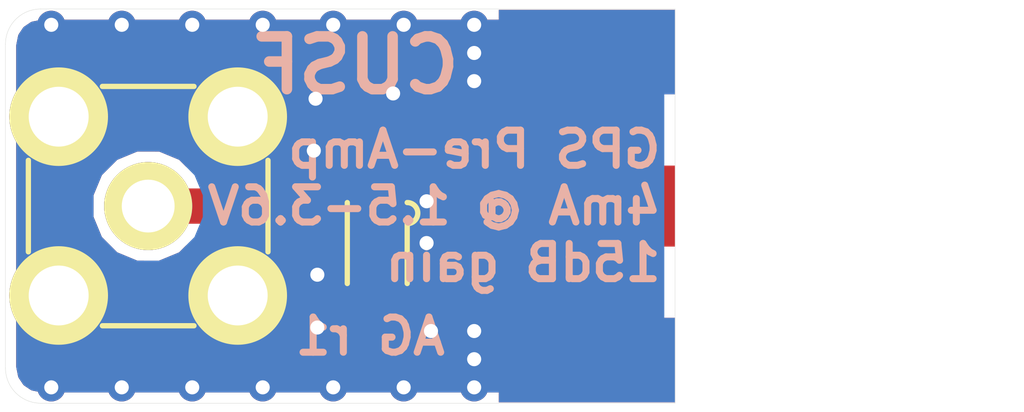
<source format=kicad_pcb>
(kicad_pcb (version 4) (host pcbnew 4.1.0-alpha+201605071002+6776~44~ubuntu14.04.1-product)

  (general
    (links 28)
    (no_connects 0)
    (area 125.594999 92.5425 155.055001 107.7425)
    (thickness 1.6)
    (drawings 9)
    (tracks 94)
    (zones 0)
    (modules 11)
    (nets 10)
  )

  (page A4)
  (title_block
    (title "GPS Filter & Preamp")
    (date 2016-05-29)
    (rev 1)
    (company "CU Spaceflight")
    (comment 1 "Drawn By: Adam Greig")
  )

  (layers
    (0 F.Cu signal)
    (31 B.Cu signal)
    (32 B.Adhes user)
    (33 F.Adhes user)
    (34 B.Paste user)
    (35 F.Paste user)
    (36 B.SilkS user)
    (37 F.SilkS user)
    (38 B.Mask user)
    (39 F.Mask user)
    (40 Dwgs.User user)
    (41 Cmts.User user)
    (42 Eco1.User user)
    (43 Eco2.User user)
    (44 Edge.Cuts user)
    (45 Margin user)
    (46 B.CrtYd user)
    (47 F.CrtYd user)
    (48 B.Fab user)
    (49 F.Fab user hide)
  )

  (setup
    (last_trace_width 0.5)
    (user_trace_width 0.25)
    (user_trace_width 0.4)
    (user_trace_width 0.5)
    (trace_clearance 0.2)
    (zone_clearance 0.3)
    (zone_45_only no)
    (trace_min 0.2)
    (segment_width 0.2)
    (edge_width 0.01)
    (via_size 0.6)
    (via_drill 0.4)
    (via_min_size 0.4)
    (via_min_drill 0.3)
    (user_via 0.8 0.4)
    (uvia_size 0.3)
    (uvia_drill 0.1)
    (uvias_allowed no)
    (uvia_min_size 0.2)
    (uvia_min_drill 0.1)
    (pcb_text_width 0.3)
    (pcb_text_size 1.5 1.5)
    (mod_edge_width 0.15)
    (mod_text_size 1 1)
    (mod_text_width 0.15)
    (pad_size 1.524 1.524)
    (pad_drill 0.762)
    (pad_to_mask_clearance 0)
    (aux_axis_origin 0 0)
    (visible_elements FFFFFF7F)
    (pcbplotparams
      (layerselection 0x010f0_ffffffff)
      (usegerberextensions true)
      (excludeedgelayer true)
      (linewidth 0.100000)
      (plotframeref false)
      (viasonmask false)
      (mode 1)
      (useauxorigin false)
      (hpglpennumber 1)
      (hpglpenspeed 20)
      (hpglpendiameter 15)
      (psnegative false)
      (psa4output false)
      (plotreference true)
      (plotvalue true)
      (plotinvisibletext false)
      (padsonsilk false)
      (subtractmaskfromsilk true)
      (outputformat 1)
      (mirror false)
      (drillshape 0)
      (scaleselection 1)
      (outputdirectory gerbers/))
  )

  (net 0 "")
  (net 1 "Net-(C1-Pad1)")
  (net 2 GND)
  (net 3 "Net-(C3-Pad1)")
  (net 4 "Net-(C3-Pad2)")
  (net 5 "Net-(IC1-Pad3)")
  (net 6 "Net-(IC1-Pad4)")
  (net 7 "Net-(IC1-Pad5)")
  (net 8 "Net-(L3-Pad2)")
  (net 9 "Net-(L4-Pad2)")

  (net_class Default "This is the default net class."
    (clearance 0.2)
    (trace_width 0.25)
    (via_dia 0.6)
    (via_drill 0.4)
    (uvia_dia 0.3)
    (uvia_drill 0.1)
    (add_net GND)
    (add_net "Net-(C1-Pad1)")
    (add_net "Net-(C3-Pad1)")
    (add_net "Net-(C3-Pad2)")
    (add_net "Net-(IC1-Pad3)")
    (add_net "Net-(IC1-Pad4)")
    (add_net "Net-(IC1-Pad5)")
    (add_net "Net-(L3-Pad2)")
    (add_net "Net-(L4-Pad2)")
  )

  (module agg:0402 (layer F.Cu) (tedit 56836635) (tstamp 574B4A6C)
    (at 136.5 97.65)
    (path /574B3A04)
    (fp_text reference C1 (at -1.71 0 90) (layer F.Fab)
      (effects (font (size 1 1) (thickness 0.15)))
    )
    (fp_text value 1µ (at 1.71 0 90) (layer F.Fab)
      (effects (font (size 1 1) (thickness 0.15)))
    )
    (fp_line (start -0.5 -0.25) (end 0.5 -0.25) (layer F.Fab) (width 0.01))
    (fp_line (start 0.5 -0.25) (end 0.5 0.25) (layer F.Fab) (width 0.01))
    (fp_line (start 0.5 0.25) (end -0.5 0.25) (layer F.Fab) (width 0.01))
    (fp_line (start -0.5 0.25) (end -0.5 -0.25) (layer F.Fab) (width 0.01))
    (fp_line (start -0.2 -0.25) (end -0.2 0.25) (layer F.Fab) (width 0.01))
    (fp_line (start 0.2 -0.25) (end 0.2 0.25) (layer F.Fab) (width 0.01))
    (fp_line (start -1.05 -0.6) (end 1.05 -0.6) (layer F.CrtYd) (width 0.01))
    (fp_line (start 1.05 -0.6) (end 1.05 0.6) (layer F.CrtYd) (width 0.01))
    (fp_line (start 1.05 0.6) (end -1.05 0.6) (layer F.CrtYd) (width 0.01))
    (fp_line (start -1.05 0.6) (end -1.05 -0.6) (layer F.CrtYd) (width 0.01))
    (pad 1 smd rect (at -0.45 0) (size 0.62 0.62) (layers F.Cu F.Paste F.Mask)
      (net 1 "Net-(C1-Pad1)"))
    (pad 2 smd rect (at 0.45 0) (size 0.62 0.62) (layers F.Cu F.Paste F.Mask)
      (net 2 GND))
  )

  (module agg:0402 (layer F.Cu) (tedit 56836635) (tstamp 574B4A7C)
    (at 136.5 98.85)
    (path /574B3698)
    (fp_text reference C2 (at -1.71 0 90) (layer F.Fab)
      (effects (font (size 1 1) (thickness 0.15)))
    )
    (fp_text value 100n (at 1.71 0 90) (layer F.Fab)
      (effects (font (size 1 1) (thickness 0.15)))
    )
    (fp_line (start -0.5 -0.25) (end 0.5 -0.25) (layer F.Fab) (width 0.01))
    (fp_line (start 0.5 -0.25) (end 0.5 0.25) (layer F.Fab) (width 0.01))
    (fp_line (start 0.5 0.25) (end -0.5 0.25) (layer F.Fab) (width 0.01))
    (fp_line (start -0.5 0.25) (end -0.5 -0.25) (layer F.Fab) (width 0.01))
    (fp_line (start -0.2 -0.25) (end -0.2 0.25) (layer F.Fab) (width 0.01))
    (fp_line (start 0.2 -0.25) (end 0.2 0.25) (layer F.Fab) (width 0.01))
    (fp_line (start -1.05 -0.6) (end 1.05 -0.6) (layer F.CrtYd) (width 0.01))
    (fp_line (start 1.05 -0.6) (end 1.05 0.6) (layer F.CrtYd) (width 0.01))
    (fp_line (start 1.05 0.6) (end -1.05 0.6) (layer F.CrtYd) (width 0.01))
    (fp_line (start -1.05 0.6) (end -1.05 -0.6) (layer F.CrtYd) (width 0.01))
    (pad 1 smd rect (at -0.45 0) (size 0.62 0.62) (layers F.Cu F.Paste F.Mask)
      (net 1 "Net-(C1-Pad1)"))
    (pad 2 smd rect (at 0.45 0) (size 0.62 0.62) (layers F.Cu F.Paste F.Mask)
      (net 2 GND))
  )

  (module agg:0402 (layer F.Cu) (tedit 56836635) (tstamp 574B4A8C)
    (at 138.65 102.05)
    (path /574B3B1F)
    (fp_text reference C3 (at -1.71 0 90) (layer F.Fab)
      (effects (font (size 1 1) (thickness 0.15)))
    )
    (fp_text value 200p (at 1.71 0 90) (layer F.Fab)
      (effects (font (size 1 1) (thickness 0.15)))
    )
    (fp_line (start -0.5 -0.25) (end 0.5 -0.25) (layer F.Fab) (width 0.01))
    (fp_line (start 0.5 -0.25) (end 0.5 0.25) (layer F.Fab) (width 0.01))
    (fp_line (start 0.5 0.25) (end -0.5 0.25) (layer F.Fab) (width 0.01))
    (fp_line (start -0.5 0.25) (end -0.5 -0.25) (layer F.Fab) (width 0.01))
    (fp_line (start -0.2 -0.25) (end -0.2 0.25) (layer F.Fab) (width 0.01))
    (fp_line (start 0.2 -0.25) (end 0.2 0.25) (layer F.Fab) (width 0.01))
    (fp_line (start -1.05 -0.6) (end 1.05 -0.6) (layer F.CrtYd) (width 0.01))
    (fp_line (start 1.05 -0.6) (end 1.05 0.6) (layer F.CrtYd) (width 0.01))
    (fp_line (start 1.05 0.6) (end -1.05 0.6) (layer F.CrtYd) (width 0.01))
    (fp_line (start -1.05 0.6) (end -1.05 -0.6) (layer F.CrtYd) (width 0.01))
    (pad 1 smd rect (at -0.45 0) (size 0.62 0.62) (layers F.Cu F.Paste F.Mask)
      (net 3 "Net-(C3-Pad1)"))
    (pad 2 smd rect (at 0.45 0) (size 0.62 0.62) (layers F.Cu F.Paste F.Mask)
      (net 4 "Net-(C3-Pad2)"))
  )

  (module agg:DFN-6-EP-BGM (layer F.Cu) (tedit 574B1A21) (tstamp 574B4AB9)
    (at 136.5 101.05 270)
    (path /574B34E4)
    (fp_text reference IC1 (at 0 -1.8 270) (layer F.Fab)
      (effects (font (size 1 1) (thickness 0.15)))
    )
    (fp_text value BGM1043N7 (at 0 1.8 270) (layer F.Fab)
      (effects (font (size 1 1) (thickness 0.15)))
    )
    (fp_line (start -1.15 -0.85) (end 1.15 -0.85) (layer F.Fab) (width 0.01))
    (fp_line (start 1.15 -0.85) (end 1.15 0.85) (layer F.Fab) (width 0.01))
    (fp_line (start 1.15 0.85) (end -1.15 0.85) (layer F.Fab) (width 0.01))
    (fp_line (start -1.15 0.85) (end -1.15 -0.85) (layer F.Fab) (width 0.01))
    (fp_circle (center -0.35 -0.05) (end -0.35 0.35) (layer F.Fab) (width 0.01))
    (fp_line (start -0.84 -0.6775) (end -1.15 -0.6775) (layer F.Fab) (width 0.01))
    (fp_line (start -1.15 -0.4025) (end -0.84 -0.4025) (layer F.Fab) (width 0.01))
    (fp_line (start -0.84 -0.4025) (end -0.84 -0.6775) (layer F.Fab) (width 0.01))
    (fp_line (start -0.84 -0.1375) (end -1.15 -0.1375) (layer F.Fab) (width 0.01))
    (fp_line (start -1.15 0.1375) (end -0.84 0.1375) (layer F.Fab) (width 0.01))
    (fp_line (start -0.84 0.1375) (end -0.84 -0.1375) (layer F.Fab) (width 0.01))
    (fp_line (start -0.84 0.4025) (end -1.15 0.4025) (layer F.Fab) (width 0.01))
    (fp_line (start -1.15 0.6775) (end -0.84 0.6775) (layer F.Fab) (width 0.01))
    (fp_line (start -0.84 0.6775) (end -0.84 0.4025) (layer F.Fab) (width 0.01))
    (fp_line (start 1.15 0.4025) (end 0.84 0.4025) (layer F.Fab) (width 0.01))
    (fp_line (start 0.84 0.4025) (end 0.84 0.6775) (layer F.Fab) (width 0.01))
    (fp_line (start 0.84 0.6775) (end 1.15 0.6775) (layer F.Fab) (width 0.01))
    (fp_line (start 1.15 -0.1375) (end 0.84 -0.1375) (layer F.Fab) (width 0.01))
    (fp_line (start 0.84 -0.1375) (end 0.84 0.1375) (layer F.Fab) (width 0.01))
    (fp_line (start 0.84 0.1375) (end 1.15 0.1375) (layer F.Fab) (width 0.01))
    (fp_line (start 1.15 -0.6775) (end 0.84 -0.6775) (layer F.Fab) (width 0.01))
    (fp_line (start 0.84 -0.6775) (end 0.84 -0.4025) (layer F.Fab) (width 0.01))
    (fp_line (start 0.84 -0.4025) (end 1.15 -0.4025) (layer F.Fab) (width 0.01))
    (fp_line (start -0.55 -0.85) (end 1.15 -0.85) (layer F.SilkS) (width 0.15))
    (fp_line (start -1.15 0.85) (end 1.15 0.85) (layer F.SilkS) (width 0.15))
    (fp_arc (start -0.85 -0.85) (end -1.15 -0.85) (angle 180) (layer F.SilkS) (width 0.15))
    (fp_line (start -1.6 -1.1) (end 1.6 -1.1) (layer F.CrtYd) (width 0.01))
    (fp_line (start 1.6 -1.1) (end 1.6 1.1) (layer F.CrtYd) (width 0.01))
    (fp_line (start 1.6 1.1) (end -1.6 1.1) (layer F.CrtYd) (width 0.01))
    (fp_line (start -1.6 1.1) (end -1.6 -1.1) (layer F.CrtYd) (width 0.01))
    (pad 1 smd rect (at -1.09 -0.54 270) (size 0.5 0.28) (layers F.Cu F.Paste F.Mask)
      (net 1 "Net-(C1-Pad1)"))
    (pad 2 smd rect (at -1.09 0 270) (size 0.5 0.28) (layers F.Cu F.Paste F.Mask)
      (net 1 "Net-(C1-Pad1)"))
    (pad 3 smd rect (at -1.09 0.54 270) (size 0.5 0.28) (layers F.Cu F.Paste F.Mask)
      (net 5 "Net-(IC1-Pad3)"))
    (pad 4 smd rect (at 1.09 0.54 270) (size 0.5 0.28) (layers F.Cu F.Paste F.Mask)
      (net 6 "Net-(IC1-Pad4)"))
    (pad 5 smd rect (at 1.09 0 270) (size 0.5 0.28) (layers F.Cu F.Paste F.Mask)
      (net 7 "Net-(IC1-Pad5)"))
    (pad 6 smd rect (at 1.09 -0.54 270) (size 0.5 0.28) (layers F.Cu F.Paste F.Mask)
      (net 3 "Net-(C3-Pad1)"))
    (pad EP smd rect (at -0.35 -0.35 270) (size 0.5 0.5) (layers F.Cu F.Paste)
      (net 2 GND) (solder_paste_margin 0.001))
    (pad EP smd rect (at -0.35 0.35 270) (size 0.5 0.5) (layers F.Cu F.Paste)
      (net 2 GND) (solder_paste_margin 0.001))
    (pad EP smd rect (at 0.35 -0.35 270) (size 0.5 0.5) (layers F.Cu F.Paste)
      (net 2 GND) (solder_paste_margin 0.001))
    (pad EP smd rect (at 0.35 0.35 270) (size 0.5 0.5) (layers F.Cu F.Paste)
      (net 2 GND) (solder_paste_margin 0.001))
    (pad EP smd rect (at 0 0 270) (size 1.28 1.5) (layers F.Cu F.Mask)
      (net 2 GND) (solder_mask_margin 0.001))
  )

  (module agg:0402 (layer F.Cu) (tedit 56836635) (tstamp 574B4AC9)
    (at 134.8 100.5 270)
    (path /574B367B)
    (fp_text reference L1 (at -1.71 0) (layer F.Fab)
      (effects (font (size 1 1) (thickness 0.15)))
    )
    (fp_text value 9n1 (at 1.71 0) (layer F.Fab)
      (effects (font (size 1 1) (thickness 0.15)))
    )
    (fp_line (start -0.5 -0.25) (end 0.5 -0.25) (layer F.Fab) (width 0.01))
    (fp_line (start 0.5 -0.25) (end 0.5 0.25) (layer F.Fab) (width 0.01))
    (fp_line (start 0.5 0.25) (end -0.5 0.25) (layer F.Fab) (width 0.01))
    (fp_line (start -0.5 0.25) (end -0.5 -0.25) (layer F.Fab) (width 0.01))
    (fp_line (start -0.2 -0.25) (end -0.2 0.25) (layer F.Fab) (width 0.01))
    (fp_line (start 0.2 -0.25) (end 0.2 0.25) (layer F.Fab) (width 0.01))
    (fp_line (start -1.05 -0.6) (end 1.05 -0.6) (layer F.CrtYd) (width 0.01))
    (fp_line (start 1.05 -0.6) (end 1.05 0.6) (layer F.CrtYd) (width 0.01))
    (fp_line (start 1.05 0.6) (end -1.05 0.6) (layer F.CrtYd) (width 0.01))
    (fp_line (start -1.05 0.6) (end -1.05 -0.6) (layer F.CrtYd) (width 0.01))
    (pad 1 smd rect (at -0.45 0 270) (size 0.62 0.62) (layers F.Cu F.Paste F.Mask)
      (net 5 "Net-(IC1-Pad3)"))
    (pad 2 smd rect (at 0.45 0 270) (size 0.62 0.62) (layers F.Cu F.Paste F.Mask)
      (net 2 GND))
  )

  (module agg:0402 (layer F.Cu) (tedit 56836635) (tstamp 574B4AD9)
    (at 136.5 103.25)
    (path /574B38A5)
    (fp_text reference L2 (at -1.71 0 90) (layer F.Fab)
      (effects (font (size 1 1) (thickness 0.15)))
    )
    (fp_text value 8n2 (at 1.71 0 90) (layer F.Fab)
      (effects (font (size 1 1) (thickness 0.15)))
    )
    (fp_line (start -0.5 -0.25) (end 0.5 -0.25) (layer F.Fab) (width 0.01))
    (fp_line (start 0.5 -0.25) (end 0.5 0.25) (layer F.Fab) (width 0.01))
    (fp_line (start 0.5 0.25) (end -0.5 0.25) (layer F.Fab) (width 0.01))
    (fp_line (start -0.5 0.25) (end -0.5 -0.25) (layer F.Fab) (width 0.01))
    (fp_line (start -0.2 -0.25) (end -0.2 0.25) (layer F.Fab) (width 0.01))
    (fp_line (start 0.2 -0.25) (end 0.2 0.25) (layer F.Fab) (width 0.01))
    (fp_line (start -1.05 -0.6) (end 1.05 -0.6) (layer F.CrtYd) (width 0.01))
    (fp_line (start 1.05 -0.6) (end 1.05 0.6) (layer F.CrtYd) (width 0.01))
    (fp_line (start 1.05 0.6) (end -1.05 0.6) (layer F.CrtYd) (width 0.01))
    (fp_line (start -1.05 0.6) (end -1.05 -0.6) (layer F.CrtYd) (width 0.01))
    (pad 1 smd rect (at -0.45 0) (size 0.62 0.62) (layers F.Cu F.Paste F.Mask)
      (net 6 "Net-(IC1-Pad4)"))
    (pad 2 smd rect (at 0.45 0) (size 0.62 0.62) (layers F.Cu F.Paste F.Mask)
      (net 7 "Net-(IC1-Pad5)"))
  )

  (module agg:0402 (layer F.Cu) (tedit 56836635) (tstamp 574B4AE9)
    (at 138.2 97.1 270)
    (path /574B4340)
    (fp_text reference L3 (at -1.71 0) (layer F.Fab)
      (effects (font (size 1 1) (thickness 0.15)))
    )
    (fp_text value 92n (at 1.71 0) (layer F.Fab)
      (effects (font (size 1 1) (thickness 0.15)))
    )
    (fp_line (start -0.5 -0.25) (end 0.5 -0.25) (layer F.Fab) (width 0.01))
    (fp_line (start 0.5 -0.25) (end 0.5 0.25) (layer F.Fab) (width 0.01))
    (fp_line (start 0.5 0.25) (end -0.5 0.25) (layer F.Fab) (width 0.01))
    (fp_line (start -0.5 0.25) (end -0.5 -0.25) (layer F.Fab) (width 0.01))
    (fp_line (start -0.2 -0.25) (end -0.2 0.25) (layer F.Fab) (width 0.01))
    (fp_line (start 0.2 -0.25) (end 0.2 0.25) (layer F.Fab) (width 0.01))
    (fp_line (start -1.05 -0.6) (end 1.05 -0.6) (layer F.CrtYd) (width 0.01))
    (fp_line (start 1.05 -0.6) (end 1.05 0.6) (layer F.CrtYd) (width 0.01))
    (fp_line (start 1.05 0.6) (end -1.05 0.6) (layer F.CrtYd) (width 0.01))
    (fp_line (start -1.05 0.6) (end -1.05 -0.6) (layer F.CrtYd) (width 0.01))
    (pad 1 smd rect (at -0.45 0 270) (size 0.62 0.62) (layers F.Cu F.Paste F.Mask)
      (net 1 "Net-(C1-Pad1)"))
    (pad 2 smd rect (at 0.45 0 270) (size 0.62 0.62) (layers F.Cu F.Paste F.Mask)
      (net 8 "Net-(L3-Pad2)"))
  )

  (module agg:0402 (layer F.Cu) (tedit 56836635) (tstamp 574B4AF9)
    (at 138.65 98.75)
    (path /574B3CD1)
    (fp_text reference L4 (at -1.71 0 90) (layer F.Fab)
      (effects (font (size 1 1) (thickness 0.15)))
    )
    (fp_text value 92n (at 1.71 0 90) (layer F.Fab)
      (effects (font (size 1 1) (thickness 0.15)))
    )
    (fp_line (start -0.5 -0.25) (end 0.5 -0.25) (layer F.Fab) (width 0.01))
    (fp_line (start 0.5 -0.25) (end 0.5 0.25) (layer F.Fab) (width 0.01))
    (fp_line (start 0.5 0.25) (end -0.5 0.25) (layer F.Fab) (width 0.01))
    (fp_line (start -0.5 0.25) (end -0.5 -0.25) (layer F.Fab) (width 0.01))
    (fp_line (start -0.2 -0.25) (end -0.2 0.25) (layer F.Fab) (width 0.01))
    (fp_line (start 0.2 -0.25) (end 0.2 0.25) (layer F.Fab) (width 0.01))
    (fp_line (start -1.05 -0.6) (end 1.05 -0.6) (layer F.CrtYd) (width 0.01))
    (fp_line (start 1.05 -0.6) (end 1.05 0.6) (layer F.CrtYd) (width 0.01))
    (fp_line (start 1.05 0.6) (end -1.05 0.6) (layer F.CrtYd) (width 0.01))
    (fp_line (start -1.05 0.6) (end -1.05 -0.6) (layer F.CrtYd) (width 0.01))
    (pad 1 smd rect (at -0.45 0) (size 0.62 0.62) (layers F.Cu F.Paste F.Mask)
      (net 8 "Net-(L3-Pad2)"))
    (pad 2 smd rect (at 0.45 0) (size 0.62 0.62) (layers F.Cu F.Paste F.Mask)
      (net 9 "Net-(L4-Pad2)"))
  )

  (module agg:0402 (layer F.Cu) (tedit 56836635) (tstamp 574B4B09)
    (at 139.1 100.4 270)
    (path /574B3BD7)
    (fp_text reference L5 (at -1.71 0) (layer F.Fab)
      (effects (font (size 1 1) (thickness 0.15)))
    )
    (fp_text value 92n (at 1.71 0) (layer F.Fab)
      (effects (font (size 1 1) (thickness 0.15)))
    )
    (fp_line (start -0.5 -0.25) (end 0.5 -0.25) (layer F.Fab) (width 0.01))
    (fp_line (start 0.5 -0.25) (end 0.5 0.25) (layer F.Fab) (width 0.01))
    (fp_line (start 0.5 0.25) (end -0.5 0.25) (layer F.Fab) (width 0.01))
    (fp_line (start -0.5 0.25) (end -0.5 -0.25) (layer F.Fab) (width 0.01))
    (fp_line (start -0.2 -0.25) (end -0.2 0.25) (layer F.Fab) (width 0.01))
    (fp_line (start 0.2 -0.25) (end 0.2 0.25) (layer F.Fab) (width 0.01))
    (fp_line (start -1.05 -0.6) (end 1.05 -0.6) (layer F.CrtYd) (width 0.01))
    (fp_line (start 1.05 -0.6) (end 1.05 0.6) (layer F.CrtYd) (width 0.01))
    (fp_line (start 1.05 0.6) (end -1.05 0.6) (layer F.CrtYd) (width 0.01))
    (fp_line (start -1.05 0.6) (end -1.05 -0.6) (layer F.CrtYd) (width 0.01))
    (pad 1 smd rect (at -0.45 0 270) (size 0.62 0.62) (layers F.Cu F.Paste F.Mask)
      (net 9 "Net-(L4-Pad2)"))
    (pad 2 smd rect (at 0.45 0 270) (size 0.62 0.62) (layers F.Cu F.Paste F.Mask)
      (net 4 "Net-(C3-Pad2)"))
  )

  (module agg:SMA-PTH (layer F.Cu) (tedit 574B6119) (tstamp 574B4B53)
    (at 130 100)
    (path /574B353C)
    (fp_text reference P2 (at 0.05 -4.75) (layer F.Fab)
      (effects (font (size 1 1) (thickness 0.15)))
    )
    (fp_text value ANTENNA (at 0 4.85) (layer F.Fab)
      (effects (font (size 1 1) (thickness 0.15)))
    )
    (fp_line (start -1.3 3.4) (end 1.3 3.4) (layer F.SilkS) (width 0.15))
    (fp_line (start -3.4 -1.3) (end -3.4 1.3) (layer F.SilkS) (width 0.15))
    (fp_line (start 3.4 -1.3) (end 3.4 1.3) (layer F.SilkS) (width 0.15))
    (fp_line (start -1.3 -3.4) (end 1.3 -3.4) (layer F.SilkS) (width 0.15))
    (fp_line (start -4.2 4.2) (end -4.2 -4.2) (layer F.CrtYd) (width 0.01))
    (fp_line (start 4.2 4.2) (end -4.2 4.2) (layer F.CrtYd) (width 0.01))
    (fp_line (start 4.2 -4.2) (end 4.2 4.2) (layer F.CrtYd) (width 0.01))
    (fp_line (start -4.2 -4.2) (end 4.2 -4.2) (layer F.CrtYd) (width 0.01))
    (fp_line (start 2.05 3.05) (end 2.05 2.05) (layer F.Fab) (width 0.01))
    (fp_line (start 3.05 3.05) (end 2.05 3.05) (layer F.Fab) (width 0.01))
    (fp_line (start 3.05 2.05) (end 3.05 3.05) (layer F.Fab) (width 0.01))
    (fp_line (start 2.05 2.05) (end 3.05 2.05) (layer F.Fab) (width 0.01))
    (fp_line (start -3.05 3.05) (end -3.05 2.05) (layer F.Fab) (width 0.01))
    (fp_line (start -2.05 3.05) (end -3.05 3.05) (layer F.Fab) (width 0.01))
    (fp_line (start -2.05 2.05) (end -2.05 3.05) (layer F.Fab) (width 0.01))
    (fp_line (start -3.05 2.05) (end -2.05 2.05) (layer F.Fab) (width 0.01))
    (fp_line (start -3.05 -2.05) (end -3.05 -3.05) (layer F.Fab) (width 0.01))
    (fp_line (start -2.05 -2.05) (end -3.05 -2.05) (layer F.Fab) (width 0.01))
    (fp_line (start -2.05 -3.05) (end -2.05 -2.05) (layer F.Fab) (width 0.01))
    (fp_line (start -3.05 -3.05) (end -2.05 -3.05) (layer F.Fab) (width 0.01))
    (fp_line (start 2.05 -2.05) (end 2.05 -3.05) (layer F.Fab) (width 0.01))
    (fp_line (start 3.05 -2.05) (end 2.05 -2.05) (layer F.Fab) (width 0.01))
    (fp_line (start 3.05 -3.05) (end 3.05 -2.05) (layer F.Fab) (width 0.01))
    (fp_line (start 2.05 -3.05) (end 3.05 -3.05) (layer F.Fab) (width 0.01))
    (fp_circle (center 0 0) (end 0.65 0) (layer F.Fab) (width 0.01))
    (fp_line (start 3.5 -3.5) (end 3.5 3.5) (layer F.Fab) (width 0.01))
    (fp_line (start -3.5 -3.5) (end 3.5 -3.5) (layer F.Fab) (width 0.01))
    (fp_line (start -3.5 3.5) (end -3.5 -3.5) (layer F.Fab) (width 0.01))
    (fp_line (start 3.5 3.5) (end -3.5 3.5) (layer F.Fab) (width 0.01))
    (pad 1 thru_hole circle (at 0 0) (size 2.5 2.5) (drill 1.5) (layers *.Cu *.Mask F.SilkS)
      (net 5 "Net-(IC1-Pad3)") (zone_connect 2))
    (pad 2 thru_hole circle (at 2.54 2.54) (size 2.8 2.8) (drill 1.7) (layers *.Cu *.Mask F.SilkS)
      (net 2 GND) (zone_connect 2))
    (pad 2 thru_hole circle (at 2.54 -2.54) (size 2.8 2.8) (drill 1.7) (layers *.Cu *.Mask F.SilkS)
      (net 2 GND) (zone_connect 2))
    (pad 2 thru_hole circle (at -2.54 2.54) (size 2.8 2.8) (drill 1.7) (layers *.Cu *.Mask F.SilkS)
      (net 2 GND) (zone_connect 2))
    (pad 2 thru_hole circle (at -2.54 -2.54) (size 2.8 2.8) (drill 1.7) (layers *.Cu *.Mask F.SilkS)
      (net 2 GND) (zone_connect 2))
  )

  (module agg:SMA-EDGE (layer F.Cu) (tedit 574B60F3) (tstamp 574B4B77)
    (at 142.45 100 270)
    (path /574B3587)
    (fp_text reference P3 (at -6.5 0 360) (layer F.Fab)
      (effects (font (size 1 1) (thickness 0.15)))
    )
    (fp_text value RECEIVER (at 6.65 0 360) (layer F.Fab)
      (effects (font (size 1 1) (thickness 0.15)))
    )
    (fp_line (start -5.85 -12.4) (end -5.85 2.75) (layer F.CrtYd) (width 0.01))
    (fp_line (start 5.85 -12.4) (end -5.85 -12.4) (layer F.CrtYd) (width 0.01))
    (fp_line (start 5.85 2.75) (end 5.85 -12.4) (layer F.CrtYd) (width 0.01))
    (fp_line (start -5.85 2.75) (end 5.85 2.75) (layer F.CrtYd) (width 0.01))
    (fp_line (start 3.25 -7.5) (end -3.25 -7) (layer F.Fab) (width 0.01))
    (fp_line (start 3.25 -8.5) (end -3.25 -8) (layer F.Fab) (width 0.01))
    (fp_line (start 3.25 -9.5) (end -3.25 -9) (layer F.Fab) (width 0.01))
    (fp_line (start 3.25 -10.5) (end -3.25 -10) (layer F.Fab) (width 0.01))
    (fp_line (start 3.25 -6.15) (end -3.25 -6.15) (layer F.Fab) (width 0.01))
    (fp_line (start 3.25 -12.15) (end 3.25 -6.15) (layer F.Fab) (width 0.01))
    (fp_line (start -3.25 -12.15) (end 3.25 -12.15) (layer F.Fab) (width 0.01))
    (fp_line (start -3.25 -6.15) (end -3.25 -12.15) (layer F.Fab) (width 0.01))
    (fp_line (start 2.5 -6.15) (end 2.5 -4.15) (layer F.Fab) (width 0.01))
    (fp_line (start -2.5 -4.15) (end -2.5 -6.15) (layer F.Fab) (width 0.01))
    (fp_line (start 3.75 2.25) (end 3.75 -2.5) (layer F.Fab) (width 0.01))
    (fp_line (start 4.75 2.25) (end 3.75 2.25) (layer F.Fab) (width 0.01))
    (fp_line (start 4.75 -2.5) (end 4.75 2.25) (layer F.Fab) (width 0.01))
    (fp_line (start -3.75 2.25) (end -3.75 -2.5) (layer F.Fab) (width 0.01))
    (fp_line (start -4.75 2.25) (end -3.75 2.25) (layer F.Fab) (width 0.01))
    (fp_line (start -4.75 -2.5) (end -4.75 2.25) (layer F.Fab) (width 0.01))
    (fp_line (start 0.4 2.25) (end 0.4 -2.5) (layer F.Fab) (width 0.01))
    (fp_line (start -0.4 2.25) (end 0.4 2.25) (layer F.Fab) (width 0.01))
    (fp_line (start -0.4 -2.5) (end -0.4 2.25) (layer F.Fab) (width 0.01))
    (fp_line (start 4.75 -4.15) (end 4.75 -2.5) (layer F.Fab) (width 0.01))
    (fp_line (start -4.75 -4.15) (end 4.75 -4.15) (layer F.Fab) (width 0.01))
    (fp_line (start -4.75 -2.5) (end -4.75 -4.15) (layer F.Fab) (width 0.01))
    (fp_line (start -4.75 -2.5) (end 4.75 -2.5) (layer F.Fab) (width 0.01))
    (pad 1 smd rect (at 0 0 270) (size 2.3 5) (layers F.Cu F.Paste F.Mask)
      (net 4 "Net-(C3-Pad2)") (zone_connect 2))
    (pad 2 smd rect (at 4.375 0 270) (size 2.4 5) (layers B.Cu B.Paste B.Mask)
      (net 2 GND) (zone_connect 2))
    (pad 2 smd rect (at -4.375 0 270) (size 2.4 5) (layers B.Cu B.Paste B.Mask)
      (net 2 GND) (zone_connect 2))
    (pad 2 smd rect (at -4.375 0 270) (size 2.4 5) (layers F.Cu F.Paste F.Mask)
      (net 2 GND) (zone_connect 2))
    (pad 2 smd rect (at 4.375 0 270) (size 2.4 5) (layers F.Cu F.Paste F.Mask)
      (net 2 GND) (zone_connect 2))
  )

  (gr_arc (start 126.95 104.6) (end 126.95 105.6) (angle 90) (layer Edge.Cuts) (width 0.01))
  (gr_arc (start 126.95 95.4) (end 125.95 95.4) (angle 90) (layer Edge.Cuts) (width 0.01))
  (gr_text CUSF (at 135.9 96) (layer B.SilkS)
    (effects (font (size 1.5 1.5) (thickness 0.3)) (justify mirror))
  )
  (gr_text "AG r1" (at 136.3 103.7) (layer B.SilkS)
    (effects (font (size 1 1) (thickness 0.2)) (justify mirror))
  )
  (gr_text "GPS Pre-Amp\n4mA @ 1.5-3.6V\n15dB gain" (at 144.65 100) (layer B.SilkS)
    (effects (font (size 1 1) (thickness 0.2)) (justify left mirror))
  )
  (gr_line (start 144.95 105.6) (end 144.95 94.4) (layer Edge.Cuts) (width 0.01))
  (gr_line (start 126.95 105.6) (end 144.95 105.6) (layer Edge.Cuts) (width 0.01))
  (gr_line (start 125.95 95.4) (end 125.95 104.6) (layer Edge.Cuts) (width 0.01))
  (gr_line (start 144.95 94.4) (end 126.95 94.4) (layer Edge.Cuts) (width 0.01))

  (segment (start 138.2 96.65) (end 137.499999 95.949999) (width 0.5) (layer F.Cu) (net 1))
  (segment (start 137.499999 95.949999) (end 136.541999 95.949999) (width 0.5) (layer F.Cu) (net 1))
  (segment (start 136.541999 95.949999) (end 136.05 96.441998) (width 0.5) (layer F.Cu) (net 1))
  (segment (start 136.05 96.441998) (end 136.05 96.84) (width 0.5) (layer F.Cu) (net 1))
  (segment (start 136.05 96.84) (end 136.05 97.65) (width 0.5) (layer F.Cu) (net 1))
  (segment (start 137.04 99.96) (end 137.04 99.64) (width 0.25) (layer F.Cu) (net 1))
  (segment (start 137.04 99.64) (end 136.924998 99.524998) (width 0.25) (layer F.Cu) (net 1))
  (segment (start 136.924998 99.524998) (end 136.5 99.524998) (width 0.25) (layer F.Cu) (net 1))
  (segment (start 136.5 99.96) (end 136.5 99.524998) (width 0.25) (layer F.Cu) (net 1))
  (segment (start 136.5 99.524998) (end 136.05 99.074998) (width 0.25) (layer F.Cu) (net 1))
  (segment (start 136.05 99.074998) (end 136.05 98.85) (width 0.25) (layer F.Cu) (net 1))
  (segment (start 136.05 97.65) (end 136.05 98.85) (width 0.5) (layer F.Cu) (net 1))
  (segment (start 134.75 96.95) (end 134.75 98.375) (width 0.5) (layer F.Cu) (net 2))
  (segment (start 134.75 96.375) (end 134.75 96.95) (width 0.5) (layer F.Cu) (net 2))
  (via (at 134.75 96.95) (size 0.8) (drill 0.4) (layers F.Cu B.Cu) (net 2))
  (segment (start 135.25 94.85) (end 135.25 95.875) (width 0.5) (layer F.Cu) (net 2))
  (segment (start 135.25 95.875) (end 134.75 96.375) (width 0.5) (layer F.Cu) (net 2))
  (segment (start 134.75 98.375) (end 134.7 98.425) (width 0.5) (layer F.Cu) (net 2))
  (via (at 134.7 98.425) (size 0.8) (drill 0.4) (layers F.Cu B.Cu) (net 2))
  (segment (start 139.25 103.55) (end 138.025 103.55) (width 0.5) (layer F.Cu) (net 2))
  (via (at 138.025 103.55) (size 0.8) (drill 0.4) (layers F.Cu B.Cu) (net 2))
  (segment (start 134.8 101.95) (end 134.8 103.45) (width 0.5) (layer F.Cu) (net 2))
  (via (at 134.8 103.45) (size 0.8) (drill 0.4) (layers F.Cu B.Cu) (net 2))
  (segment (start 136.95 97.65) (end 136.95 98.85) (width 0.5) (layer F.Cu) (net 2))
  (segment (start 129.25 94.85) (end 127.25 94.85) (width 0.25) (layer B.Cu) (net 2))
  (via (at 127.25 94.85) (size 0.8) (drill 0.4) (layers F.Cu B.Cu) (net 2))
  (segment (start 131.25 94.85) (end 129.25 94.85) (width 0.25) (layer F.Cu) (net 2))
  (via (at 129.25 94.85) (size 0.8) (drill 0.4) (layers F.Cu B.Cu) (net 2))
  (segment (start 133.25 94.85) (end 131.25 94.85) (width 0.25) (layer B.Cu) (net 2))
  (via (at 131.25 94.85) (size 0.8) (drill 0.4) (layers F.Cu B.Cu) (net 2))
  (segment (start 135.25 94.85) (end 133.25 94.85) (width 0.25) (layer F.Cu) (net 2))
  (via (at 133.25 94.85) (size 0.8) (drill 0.4) (layers F.Cu B.Cu) (net 2))
  (segment (start 137.25 94.85) (end 135.25 94.85) (width 0.25) (layer B.Cu) (net 2))
  (via (at 135.25 94.85) (size 0.8) (drill 0.4) (layers F.Cu B.Cu) (net 2))
  (segment (start 139.25 94.85) (end 137.25 94.85) (width 0.25) (layer F.Cu) (net 2))
  (via (at 137.25 94.85) (size 0.8) (drill 0.4) (layers F.Cu B.Cu) (net 2))
  (segment (start 139.25 94.85) (end 139.25 95.65) (width 0.25) (layer F.Cu) (net 2))
  (segment (start 129.25 105.15) (end 127.25 105.15) (width 0.25) (layer B.Cu) (net 2))
  (via (at 127.25 105.15) (size 0.8) (drill 0.4) (layers F.Cu B.Cu) (net 2))
  (segment (start 131.25 105.15) (end 129.25 105.15) (width 0.25) (layer F.Cu) (net 2))
  (via (at 129.25 105.15) (size 0.8) (drill 0.4) (layers F.Cu B.Cu) (net 2))
  (segment (start 133.25 105.15) (end 131.25 105.15) (width 0.25) (layer B.Cu) (net 2))
  (via (at 131.25 105.15) (size 0.8) (drill 0.4) (layers F.Cu B.Cu) (net 2))
  (segment (start 135.25 105.15) (end 133.25 105.15) (width 0.25) (layer F.Cu) (net 2))
  (via (at 133.25 105.15) (size 0.8) (drill 0.4) (layers F.Cu B.Cu) (net 2))
  (segment (start 137.25 105.15) (end 135.25 105.15) (width 0.25) (layer B.Cu) (net 2))
  (via (at 135.25 105.15) (size 0.8) (drill 0.4) (layers F.Cu B.Cu) (net 2))
  (segment (start 139.25 105.15) (end 137.25 105.15) (width 0.25) (layer F.Cu) (net 2))
  (via (at 137.25 105.15) (size 0.8) (drill 0.4) (layers F.Cu B.Cu) (net 2))
  (segment (start 137.9 101.05) (end 137.9 99.86359) (width 0.25) (layer F.Cu) (net 2))
  (via (at 137.9 99.86359) (size 0.8) (drill 0.4) (layers F.Cu B.Cu) (net 2))
  (segment (start 136.95 98.85) (end 136.95 98.91359) (width 0.25) (layer F.Cu) (net 2))
  (segment (start 136.95 98.91359) (end 137.9 99.86359) (width 0.25) (layer F.Cu) (net 2))
  (segment (start 136.95 97.65) (end 136.95 96.8) (width 0.5) (layer F.Cu) (net 2))
  (via (at 136.95 96.8) (size 0.8) (drill 0.4) (layers F.Cu B.Cu) (net 2))
  (segment (start 136.5 101.05) (end 137.9 101.05) (width 0.5) (layer F.Cu) (net 2))
  (via (at 137.9 101.05) (size 0.8) (drill 0.4) (layers F.Cu B.Cu) (net 2))
  (segment (start 134.8 100.95) (end 136.4 100.95) (width 0.5) (layer F.Cu) (net 2))
  (segment (start 136.4 100.95) (end 136.5 101.05) (width 0.5) (layer F.Cu) (net 2))
  (segment (start 134.8 100.95) (end 134.8 101.95) (width 0.5) (layer F.Cu) (net 2))
  (via (at 134.8 101.95) (size 0.8) (drill 0.4) (layers F.Cu B.Cu) (net 2))
  (segment (start 139.25 104.35) (end 139.25 105.15) (width 0.5) (layer B.Cu) (net 2))
  (via (at 139.25 105.15) (size 0.8) (drill 0.4) (layers F.Cu B.Cu) (net 2))
  (segment (start 139.25 104.35) (end 139.25 103.55) (width 0.5) (layer F.Cu) (net 2))
  (via (at 139.25 103.55) (size 0.8) (drill 0.4) (layers F.Cu B.Cu) (net 2))
  (segment (start 142.45 104.375) (end 139.275 104.375) (width 0.5) (layer F.Cu) (net 2))
  (segment (start 139.275 104.375) (end 139.25 104.35) (width 0.5) (layer F.Cu) (net 2))
  (via (at 139.25 104.35) (size 0.8) (drill 0.4) (layers F.Cu B.Cu) (net 2))
  (segment (start 139.25 95.6) (end 139.25 96.4) (width 0.5) (layer B.Cu) (net 2))
  (via (at 139.25 96.45) (size 0.8) (drill 0.4) (layers F.Cu B.Cu) (net 2))
  (via (at 139.25 94.85) (size 0.8) (drill 0.4) (layers F.Cu B.Cu) (net 2))
  (segment (start 142.45 95.625) (end 139.275 95.625) (width 0.5) (layer F.Cu) (net 2))
  (segment (start 139.275 95.625) (end 139.25 95.6) (width 0.5) (layer F.Cu) (net 2))
  (via (at 139.25 95.65) (size 0.8) (drill 0.4) (layers F.Cu B.Cu) (net 2))
  (segment (start 137.04 102.14) (end 137.14 102.14) (width 0.25) (layer F.Cu) (net 3))
  (segment (start 137.14 102.14) (end 138.11 102.14) (width 0.4) (layer F.Cu) (net 3))
  (segment (start 138.11 102.14) (end 138.2 102.05) (width 0.4) (layer F.Cu) (net 3))
  (segment (start 139.1 100.85) (end 139.1 102.05) (width 0.5) (layer F.Cu) (net 4))
  (segment (start 139.1 100.85) (end 141.6 100.85) (width 0.5) (layer F.Cu) (net 4))
  (segment (start 141.6 100.85) (end 142.45 100) (width 0.5) (layer F.Cu) (net 4))
  (segment (start 134.15 100) (end 134.2 100.05) (width 0.25) (layer F.Cu) (net 5))
  (segment (start 134.2 100.05) (end 134.8 100.05) (width 0.25) (layer F.Cu) (net 5))
  (segment (start 135.81 99.96) (end 134.79 99.96) (width 0.45) (layer F.Cu) (net 5))
  (segment (start 135.96 99.96) (end 135.81 99.96) (width 0.25) (layer F.Cu) (net 5))
  (segment (start 130 100) (end 134.15 100) (width 1) (layer F.Cu) (net 5))
  (segment (start 134.89 99.96) (end 134.8 100.05) (width 0.4) (layer F.Cu) (net 5))
  (segment (start 134.75 100) (end 134.8 100.05) (width 0.5) (layer F.Cu) (net 5))
  (segment (start 135.96 102.14) (end 135.96 103.16) (width 0.25) (layer F.Cu) (net 6))
  (segment (start 135.96 103.16) (end 136.05 103.25) (width 0.25) (layer F.Cu) (net 6))
  (segment (start 136.95 103.25) (end 136.95 103.025002) (width 0.25) (layer F.Cu) (net 7))
  (segment (start 136.95 103.025002) (end 136.5 102.575002) (width 0.25) (layer F.Cu) (net 7))
  (segment (start 136.5 102.575002) (end 136.5 102.14) (width 0.25) (layer F.Cu) (net 7))
  (segment (start 138.2 97.55) (end 138.2 98.75) (width 0.5) (layer F.Cu) (net 8))
  (segment (start 139.1 98.75) (end 139.1 99.95) (width 0.5) (layer F.Cu) (net 9))

  (zone (net 2) (net_name GND) (layer B.Cu) (tstamp 0) (hatch edge 0.508)
    (connect_pads (clearance 0.3))
    (min_thickness 0.2)
    (fill yes (arc_segments 16) (thermal_gap 0.3) (thermal_bridge_width 0.3))
    (polygon
      (pts
        (xy 125.95 94.4) (xy 144.95 94.4) (xy 144.95 105.6) (xy 125.95 105.6)
      )
    )
    (filled_polygon
      (pts
        (xy 144.545 105.195) (xy 126.989888 105.195) (xy 126.72534 105.142378) (xy 126.534882 105.015118) (xy 126.407622 104.82466)
        (xy 126.355 104.560112) (xy 126.355 100.326765) (xy 128.349715 100.326765) (xy 128.600383 100.933429) (xy 129.06413 101.397986)
        (xy 129.670355 101.649713) (xy 130.326765 101.650285) (xy 130.933429 101.399617) (xy 131.397986 100.93587) (xy 131.649713 100.329645)
        (xy 131.650285 99.673235) (xy 131.399617 99.066571) (xy 130.93587 98.602014) (xy 130.329645 98.350287) (xy 129.673235 98.349715)
        (xy 129.066571 98.600383) (xy 128.602014 99.06413) (xy 128.350287 99.670355) (xy 128.349715 100.326765) (xy 126.355 100.326765)
        (xy 126.355 95.439888) (xy 126.407622 95.17534) (xy 126.534882 94.984882) (xy 126.72534 94.857622) (xy 126.989888 94.805)
        (xy 144.545 94.805)
      )
    )
  )
  (zone (net 2) (net_name GND) (layer F.Cu) (tstamp 574B51C9) (hatch edge 0.508)
    (connect_pads (clearance 0.3))
    (min_thickness 0.2)
    (fill yes (arc_segments 16) (thermal_gap 0.3) (thermal_bridge_width 0.3))
    (polygon
      (pts
        (xy 125.95 94.4) (xy 144.95 94.4) (xy 144.95 105.6) (xy 125.95 105.6)
      )
    )
    (filled_polygon
      (pts
        (xy 144.545 96.75) (xy 138.917836 96.75) (xy 138.917836 96.34) (xy 138.886791 96.183928) (xy 138.798384 96.051616)
        (xy 138.666072 95.963209) (xy 138.51 95.932164) (xy 138.401402 95.932164) (xy 137.959618 95.49038) (xy 137.748744 95.349477)
        (xy 137.707475 95.341268) (xy 137.499999 95.299999) (xy 136.541999 95.299999) (xy 136.293255 95.349477) (xy 136.08238 95.490379)
        (xy 135.590381 95.982379) (xy 135.449478 96.193253) (xy 135.449478 96.193254) (xy 135.4 96.441998) (xy 135.4 97.128866)
        (xy 135.363209 97.183928) (xy 135.332164 97.34) (xy 135.332164 97.96) (xy 135.363209 98.116072) (xy 135.4 98.171134)
        (xy 135.4 98.328866) (xy 135.363209 98.383928) (xy 135.332164 98.54) (xy 135.332164 98.8) (xy 131.133511 98.8)
        (xy 130.93587 98.602014) (xy 130.329645 98.350287) (xy 129.673235 98.349715) (xy 129.066571 98.600383) (xy 128.602014 99.06413)
        (xy 128.350287 99.670355) (xy 128.349715 100.326765) (xy 128.600383 100.933429) (xy 129.06413 101.397986) (xy 129.670355 101.649713)
        (xy 130.326765 101.650285) (xy 130.933429 101.399617) (xy 131.133395 101.2) (xy 134.09 101.2) (xy 134.09 101.339565)
        (xy 134.150896 101.486582) (xy 134.263418 101.599104) (xy 134.410435 101.66) (xy 134.65 101.66) (xy 134.75 101.56)
        (xy 134.75 101) (xy 134.73 101) (xy 134.73 100.9) (xy 134.75 100.9) (xy 134.75 100.88)
        (xy 134.85 100.88) (xy 134.85 100.9) (xy 134.87 100.9) (xy 134.87 101) (xy 134.85 101)
        (xy 134.85 101.56) (xy 134.95 101.66) (xy 135.189565 101.66) (xy 135.336582 101.599104) (xy 135.35 101.585686)
        (xy 135.35 101.769565) (xy 135.410896 101.916582) (xy 135.412164 101.91785) (xy 135.412164 102.39) (xy 135.435 102.504803)
        (xy 135.435 102.676484) (xy 135.363209 102.783928) (xy 135.332164 102.94) (xy 135.332164 103.56) (xy 135.363209 103.716072)
        (xy 135.451616 103.848384) (xy 135.583928 103.936791) (xy 135.74 103.967836) (xy 136.36 103.967836) (xy 136.5 103.939988)
        (xy 136.64 103.967836) (xy 137.26 103.967836) (xy 137.416072 103.936791) (xy 137.548384 103.848384) (xy 137.636791 103.716072)
        (xy 137.667836 103.56) (xy 137.667836 102.94) (xy 137.636791 102.783928) (xy 137.60744 102.74) (xy 137.750061 102.74)
        (xy 137.89 102.767836) (xy 138.51 102.767836) (xy 138.65 102.739988) (xy 138.79 102.767836) (xy 139.41 102.767836)
        (xy 139.566072 102.736791) (xy 139.6 102.714121) (xy 139.6 103.15) (xy 139.607612 103.188268) (xy 139.629289 103.220711)
        (xy 139.661732 103.242388) (xy 139.7 103.25) (xy 144.545 103.25) (xy 144.545 105.195) (xy 126.989888 105.195)
        (xy 126.72534 105.142378) (xy 126.534882 105.015118) (xy 126.407622 104.82466) (xy 126.355 104.560112) (xy 126.355 95.439888)
        (xy 126.407622 95.17534) (xy 126.534882 94.984882) (xy 126.72534 94.857622) (xy 126.989888 94.805) (xy 144.545 94.805)
      )
    )
    (filled_polygon
      (pts
        (xy 137.733928 99.436791) (xy 137.89 99.467836) (xy 138.423961 99.467836) (xy 138.413209 99.483928) (xy 138.382164 99.64)
        (xy 138.382164 100.26) (xy 138.410012 100.4) (xy 138.382164 100.54) (xy 138.382164 101.16) (xy 138.413209 101.316072)
        (xy 138.423961 101.332164) (xy 137.89 101.332164) (xy 137.733928 101.363209) (xy 137.65 101.419287) (xy 137.65 101.2)
        (xy 137.55 101.1) (xy 137.5 101.1) (xy 137.5 101.070435) (xy 137.491536 101.05) (xy 137.5 101.029565)
        (xy 137.5 101) (xy 137.55 101) (xy 137.65 100.9) (xy 137.65 100.330435) (xy 137.589104 100.183418)
        (xy 137.587836 100.18215) (xy 137.587836 99.71) (xy 137.556791 99.553928) (xy 137.544102 99.534937) (xy 137.528614 99.457072)
        (xy 137.599104 99.386582) (xy 137.612041 99.35535)
      )
    )
    (filled_polygon
      (pts
        (xy 137.482164 96.851402) (xy 137.482164 96.96) (xy 137.491222 97.005536) (xy 137.486582 97.000896) (xy 137.339565 96.94)
        (xy 137.1 96.94) (xy 137 97.04) (xy 137 97.6) (xy 137.02 97.6) (xy 137.02 97.7)
        (xy 137 97.7) (xy 137 98.8) (xy 137.02 98.8) (xy 137.02 98.9) (xy 137 98.9)
        (xy 137 98.92) (xy 136.9 98.92) (xy 136.9 98.9) (xy 136.88 98.9) (xy 136.88 98.8)
        (xy 136.9 98.8) (xy 136.9 97.7) (xy 136.88 97.7) (xy 136.88 97.6) (xy 136.9 97.6)
        (xy 136.9 97.04) (xy 136.8 96.94) (xy 136.7 96.94) (xy 136.7 96.711236) (xy 136.811238 96.599999)
        (xy 137.230761 96.599999)
      )
    )
  )
  (zone (net 0) (net_name "") (layer F.Cu) (tstamp 0) (hatch edge 0.508)
    (connect_pads (clearance 0.3))
    (min_thickness 0.254)
    (keepout (tracks allowed) (vias allowed) (copperpour not_allowed))
    (fill yes (arc_segments 16) (thermal_gap 0.508) (thermal_bridge_width 0.508))
    (polygon
      (pts
        (xy 131.1 98.9) (xy 135.4 98.9) (xy 135.4 100.6) (xy 134.5 100.6) (xy 134.5 101.1)
        (xy 131.1 101.1)
      )
    )
  )
  (zone (net 0) (net_name "") (layer F.Cu) (tstamp 0) (hatch edge 0.508)
    (connect_pads (clearance 0.3))
    (min_thickness 0.254)
    (keepout (tracks allowed) (vias allowed) (copperpour not_allowed))
    (fill yes (arc_segments 16) (thermal_gap 0.508) (thermal_bridge_width 0.508))
    (polygon
      (pts
        (xy 144.95 96.85) (xy 138.8 96.85) (xy 138.8 98.15) (xy 139.7 98.15) (xy 139.7 103.15)
        (xy 144.95 103.15)
      )
    )
  )
)

</source>
